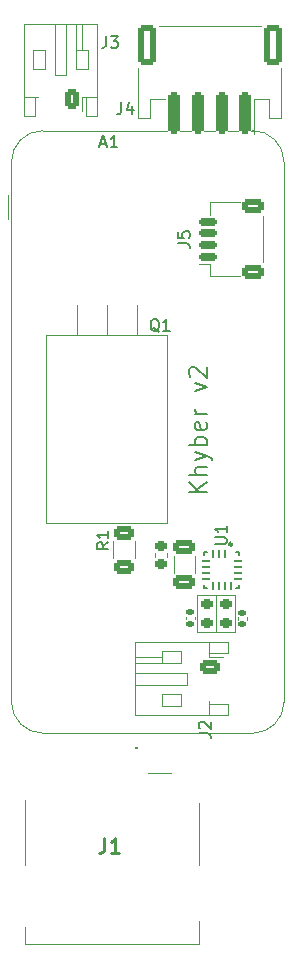
<source format=gbr>
%TF.GenerationSoftware,KiCad,Pcbnew,7.0.1*%
%TF.CreationDate,2023-03-30T16:52:30-04:00*%
%TF.ProjectId,system-board,73797374-656d-42d6-926f-6172642e6b69,rev?*%
%TF.SameCoordinates,Original*%
%TF.FileFunction,Legend,Top*%
%TF.FilePolarity,Positive*%
%FSLAX46Y46*%
G04 Gerber Fmt 4.6, Leading zero omitted, Abs format (unit mm)*
G04 Created by KiCad (PCBNEW 7.0.1) date 2023-03-30 16:52:30*
%MOMM*%
%LPD*%
G01*
G04 APERTURE LIST*
G04 Aperture macros list*
%AMRoundRect*
0 Rectangle with rounded corners*
0 $1 Rounding radius*
0 $2 $3 $4 $5 $6 $7 $8 $9 X,Y pos of 4 corners*
0 Add a 4 corners polygon primitive as box body*
4,1,4,$2,$3,$4,$5,$6,$7,$8,$9,$2,$3,0*
0 Add four circle primitives for the rounded corners*
1,1,$1+$1,$2,$3*
1,1,$1+$1,$4,$5*
1,1,$1+$1,$6,$7*
1,1,$1+$1,$8,$9*
0 Add four rect primitives between the rounded corners*
20,1,$1+$1,$2,$3,$4,$5,0*
20,1,$1+$1,$4,$5,$6,$7,0*
20,1,$1+$1,$6,$7,$8,$9,0*
20,1,$1+$1,$8,$9,$2,$3,0*%
G04 Aperture macros list end*
%ADD10C,0.160000*%
%ADD11C,0.254000*%
%ADD12C,0.150000*%
%ADD13C,0.155000*%
%ADD14C,0.100000*%
%ADD15C,0.200000*%
%ADD16C,0.120000*%
%ADD17C,0.250000*%
%ADD18R,0.700000X1.600000*%
%ADD19C,1.000000*%
%ADD20R,1.600000X1.500000*%
%ADD21R,1.200000X1.500000*%
%ADD22R,1.200000X2.200000*%
%ADD23RoundRect,0.150000X0.625000X-0.150000X0.625000X0.150000X-0.625000X0.150000X-0.625000X-0.150000X0*%
%ADD24RoundRect,0.250000X0.650000X-0.350000X0.650000X0.350000X-0.650000X0.350000X-0.650000X-0.350000X0*%
%ADD25RoundRect,0.218750X0.256250X-0.218750X0.256250X0.218750X-0.256250X0.218750X-0.256250X-0.218750X0*%
%ADD26RoundRect,0.140000X-0.170000X0.140000X-0.170000X-0.140000X0.170000X-0.140000X0.170000X0.140000X0*%
%ADD27RoundRect,0.250000X-0.625000X0.312500X-0.625000X-0.312500X0.625000X-0.312500X0.625000X0.312500X0*%
%ADD28RoundRect,0.250000X-0.625000X0.350000X-0.625000X-0.350000X0.625000X-0.350000X0.625000X0.350000X0*%
%ADD29O,1.750000X1.200000*%
%ADD30C,3.200000*%
%ADD31C,2.540000*%
%ADD32R,1.600000X1.600000*%
%ADD33C,1.600000*%
%ADD34RoundRect,0.250000X0.250000X1.500000X-0.250000X1.500000X-0.250000X-1.500000X0.250000X-1.500000X0*%
%ADD35RoundRect,0.250001X0.499999X1.449999X-0.499999X1.449999X-0.499999X-1.449999X0.499999X-1.449999X0*%
%ADD36RoundRect,0.250000X0.350000X0.625000X-0.350000X0.625000X-0.350000X-0.625000X0.350000X-0.625000X0*%
%ADD37O,1.200000X1.750000*%
%ADD38RoundRect,0.250000X-0.650000X0.325000X-0.650000X-0.325000X0.650000X-0.325000X0.650000X0.325000X0*%
%ADD39R,0.242474X0.857120*%
%ADD40RoundRect,0.121237X0.000000X0.307323X0.000000X-0.307323X0.000000X-0.307323X0.000000X0.307323X0*%
%ADD41RoundRect,0.121237X-0.307323X0.000000X-0.307323X0.000000X0.307323X0.000000X0.307323X0.000000X0*%
%ADD42R,1.250000X1.250000*%
%ADD43O,3.500000X3.500000*%
%ADD44R,1.905000X2.000000*%
%ADD45O,1.905000X2.000000*%
%ADD46RoundRect,0.225000X0.250000X-0.225000X0.250000X0.225000X-0.250000X0.225000X-0.250000X-0.225000X0*%
G04 APERTURE END LIST*
D10*
X69266428Y-82092857D02*
X67766428Y-82092857D01*
X69266428Y-81235714D02*
X68409285Y-81878571D01*
X67766428Y-81235714D02*
X68623571Y-82092857D01*
X69266428Y-80592857D02*
X67766428Y-80592857D01*
X69266428Y-79950000D02*
X68480714Y-79950000D01*
X68480714Y-79950000D02*
X68337857Y-80021428D01*
X68337857Y-80021428D02*
X68266428Y-80164285D01*
X68266428Y-80164285D02*
X68266428Y-80378571D01*
X68266428Y-80378571D02*
X68337857Y-80521428D01*
X68337857Y-80521428D02*
X68409285Y-80592857D01*
X68266428Y-79378571D02*
X69266428Y-79021428D01*
X68266428Y-78664285D02*
X69266428Y-79021428D01*
X69266428Y-79021428D02*
X69623571Y-79164285D01*
X69623571Y-79164285D02*
X69695000Y-79235714D01*
X69695000Y-79235714D02*
X69766428Y-79378571D01*
X69266428Y-78092857D02*
X67766428Y-78092857D01*
X68337857Y-78092857D02*
X68266428Y-77950000D01*
X68266428Y-77950000D02*
X68266428Y-77664285D01*
X68266428Y-77664285D02*
X68337857Y-77521428D01*
X68337857Y-77521428D02*
X68409285Y-77450000D01*
X68409285Y-77450000D02*
X68552142Y-77378571D01*
X68552142Y-77378571D02*
X68980714Y-77378571D01*
X68980714Y-77378571D02*
X69123571Y-77450000D01*
X69123571Y-77450000D02*
X69195000Y-77521428D01*
X69195000Y-77521428D02*
X69266428Y-77664285D01*
X69266428Y-77664285D02*
X69266428Y-77950000D01*
X69266428Y-77950000D02*
X69195000Y-78092857D01*
X69195000Y-76164285D02*
X69266428Y-76307142D01*
X69266428Y-76307142D02*
X69266428Y-76592857D01*
X69266428Y-76592857D02*
X69195000Y-76735714D01*
X69195000Y-76735714D02*
X69052142Y-76807142D01*
X69052142Y-76807142D02*
X68480714Y-76807142D01*
X68480714Y-76807142D02*
X68337857Y-76735714D01*
X68337857Y-76735714D02*
X68266428Y-76592857D01*
X68266428Y-76592857D02*
X68266428Y-76307142D01*
X68266428Y-76307142D02*
X68337857Y-76164285D01*
X68337857Y-76164285D02*
X68480714Y-76092857D01*
X68480714Y-76092857D02*
X68623571Y-76092857D01*
X68623571Y-76092857D02*
X68766428Y-76807142D01*
X69266428Y-75450000D02*
X68266428Y-75450000D01*
X68552142Y-75450000D02*
X68409285Y-75378571D01*
X68409285Y-75378571D02*
X68337857Y-75307143D01*
X68337857Y-75307143D02*
X68266428Y-75164285D01*
X68266428Y-75164285D02*
X68266428Y-75021428D01*
X68266428Y-73521429D02*
X69266428Y-73164286D01*
X69266428Y-73164286D02*
X68266428Y-72807143D01*
X67909285Y-72307143D02*
X67837857Y-72235715D01*
X67837857Y-72235715D02*
X67766428Y-72092858D01*
X67766428Y-72092858D02*
X67766428Y-71735715D01*
X67766428Y-71735715D02*
X67837857Y-71592858D01*
X67837857Y-71592858D02*
X67909285Y-71521429D01*
X67909285Y-71521429D02*
X68052142Y-71450000D01*
X68052142Y-71450000D02*
X68195000Y-71450000D01*
X68195000Y-71450000D02*
X68409285Y-71521429D01*
X68409285Y-71521429D02*
X69266428Y-72378572D01*
X69266428Y-72378572D02*
X69266428Y-71450000D01*
D11*
%TO.C,J1*%
X60626667Y-111317526D02*
X60626667Y-112224669D01*
X60626667Y-112224669D02*
X60566190Y-112406097D01*
X60566190Y-112406097D02*
X60445238Y-112527050D01*
X60445238Y-112527050D02*
X60263809Y-112587526D01*
X60263809Y-112587526D02*
X60142857Y-112587526D01*
X61896667Y-112587526D02*
X61170952Y-112587526D01*
X61533809Y-112587526D02*
X61533809Y-111317526D01*
X61533809Y-111317526D02*
X61412857Y-111498954D01*
X61412857Y-111498954D02*
X61291905Y-111619907D01*
X61291905Y-111619907D02*
X61170952Y-111680383D01*
D12*
%TO.C,J5*%
X66850512Y-60983333D02*
X67564797Y-60983333D01*
X67564797Y-60983333D02*
X67707654Y-61030952D01*
X67707654Y-61030952D02*
X67802893Y-61126190D01*
X67802893Y-61126190D02*
X67850512Y-61269047D01*
X67850512Y-61269047D02*
X67850512Y-61364285D01*
X66850512Y-60030952D02*
X66850512Y-60507142D01*
X66850512Y-60507142D02*
X67326702Y-60554761D01*
X67326702Y-60554761D02*
X67279083Y-60507142D01*
X67279083Y-60507142D02*
X67231464Y-60411904D01*
X67231464Y-60411904D02*
X67231464Y-60173809D01*
X67231464Y-60173809D02*
X67279083Y-60078571D01*
X67279083Y-60078571D02*
X67326702Y-60030952D01*
X67326702Y-60030952D02*
X67421940Y-59983333D01*
X67421940Y-59983333D02*
X67660035Y-59983333D01*
X67660035Y-59983333D02*
X67755273Y-60030952D01*
X67755273Y-60030952D02*
X67802893Y-60078571D01*
X67802893Y-60078571D02*
X67850512Y-60173809D01*
X67850512Y-60173809D02*
X67850512Y-60411904D01*
X67850512Y-60411904D02*
X67802893Y-60507142D01*
X67802893Y-60507142D02*
X67755273Y-60554761D01*
%TO.C,R1*%
X60962619Y-86316666D02*
X60486428Y-86649999D01*
X60962619Y-86888094D02*
X59962619Y-86888094D01*
X59962619Y-86888094D02*
X59962619Y-86507142D01*
X59962619Y-86507142D02*
X60010238Y-86411904D01*
X60010238Y-86411904D02*
X60057857Y-86364285D01*
X60057857Y-86364285D02*
X60153095Y-86316666D01*
X60153095Y-86316666D02*
X60295952Y-86316666D01*
X60295952Y-86316666D02*
X60391190Y-86364285D01*
X60391190Y-86364285D02*
X60438809Y-86411904D01*
X60438809Y-86411904D02*
X60486428Y-86507142D01*
X60486428Y-86507142D02*
X60486428Y-86888094D01*
X60962619Y-85364285D02*
X60962619Y-85935713D01*
X60962619Y-85649999D02*
X59962619Y-85649999D01*
X59962619Y-85649999D02*
X60105476Y-85745237D01*
X60105476Y-85745237D02*
X60200714Y-85840475D01*
X60200714Y-85840475D02*
X60248333Y-85935713D01*
%TO.C,J2*%
X68612619Y-102483333D02*
X69326904Y-102483333D01*
X69326904Y-102483333D02*
X69469761Y-102530952D01*
X69469761Y-102530952D02*
X69565000Y-102626190D01*
X69565000Y-102626190D02*
X69612619Y-102769047D01*
X69612619Y-102769047D02*
X69612619Y-102864285D01*
X68707857Y-102054761D02*
X68660238Y-102007142D01*
X68660238Y-102007142D02*
X68612619Y-101911904D01*
X68612619Y-101911904D02*
X68612619Y-101673809D01*
X68612619Y-101673809D02*
X68660238Y-101578571D01*
X68660238Y-101578571D02*
X68707857Y-101530952D01*
X68707857Y-101530952D02*
X68803095Y-101483333D01*
X68803095Y-101483333D02*
X68898333Y-101483333D01*
X68898333Y-101483333D02*
X69041190Y-101530952D01*
X69041190Y-101530952D02*
X69612619Y-102102380D01*
X69612619Y-102102380D02*
X69612619Y-101483333D01*
D13*
%TO.C,A1*%
X60285714Y-52576904D02*
X60761904Y-52576904D01*
X60190476Y-52862619D02*
X60523809Y-51862619D01*
X60523809Y-51862619D02*
X60857142Y-52862619D01*
X61714285Y-52862619D02*
X61142857Y-52862619D01*
X61428571Y-52862619D02*
X61428571Y-51862619D01*
X61428571Y-51862619D02*
X61333333Y-52005476D01*
X61333333Y-52005476D02*
X61238095Y-52100714D01*
X61238095Y-52100714D02*
X61142857Y-52148333D01*
D12*
%TO.C,J4*%
X62066666Y-49062619D02*
X62066666Y-49776904D01*
X62066666Y-49776904D02*
X62019047Y-49919761D01*
X62019047Y-49919761D02*
X61923809Y-50015000D01*
X61923809Y-50015000D02*
X61780952Y-50062619D01*
X61780952Y-50062619D02*
X61685714Y-50062619D01*
X62971428Y-49395952D02*
X62971428Y-50062619D01*
X62733333Y-49015000D02*
X62495238Y-49729285D01*
X62495238Y-49729285D02*
X63114285Y-49729285D01*
%TO.C,J3*%
X60766666Y-43462619D02*
X60766666Y-44176904D01*
X60766666Y-44176904D02*
X60719047Y-44319761D01*
X60719047Y-44319761D02*
X60623809Y-44415000D01*
X60623809Y-44415000D02*
X60480952Y-44462619D01*
X60480952Y-44462619D02*
X60385714Y-44462619D01*
X61147619Y-43462619D02*
X61766666Y-43462619D01*
X61766666Y-43462619D02*
X61433333Y-43843571D01*
X61433333Y-43843571D02*
X61576190Y-43843571D01*
X61576190Y-43843571D02*
X61671428Y-43891190D01*
X61671428Y-43891190D02*
X61719047Y-43938809D01*
X61719047Y-43938809D02*
X61766666Y-44034047D01*
X61766666Y-44034047D02*
X61766666Y-44272142D01*
X61766666Y-44272142D02*
X61719047Y-44367380D01*
X61719047Y-44367380D02*
X61671428Y-44415000D01*
X61671428Y-44415000D02*
X61576190Y-44462619D01*
X61576190Y-44462619D02*
X61290476Y-44462619D01*
X61290476Y-44462619D02*
X61195238Y-44415000D01*
X61195238Y-44415000D02*
X61147619Y-44367380D01*
%TO.C,U1*%
X69963169Y-86462454D02*
X70772692Y-86462454D01*
X70772692Y-86462454D02*
X70867930Y-86414835D01*
X70867930Y-86414835D02*
X70915550Y-86367216D01*
X70915550Y-86367216D02*
X70963169Y-86271978D01*
X70963169Y-86271978D02*
X70963169Y-86081502D01*
X70963169Y-86081502D02*
X70915550Y-85986264D01*
X70915550Y-85986264D02*
X70867930Y-85938645D01*
X70867930Y-85938645D02*
X70772692Y-85891026D01*
X70772692Y-85891026D02*
X69963169Y-85891026D01*
X70963169Y-84891026D02*
X70963169Y-85462454D01*
X70963169Y-85176740D02*
X69963169Y-85176740D01*
X69963169Y-85176740D02*
X70106026Y-85271978D01*
X70106026Y-85271978D02*
X70201264Y-85367216D01*
X70201264Y-85367216D02*
X70248883Y-85462454D01*
%TO.C,Q1*%
X65254761Y-68507857D02*
X65159523Y-68460238D01*
X65159523Y-68460238D02*
X65064285Y-68365000D01*
X65064285Y-68365000D02*
X64921428Y-68222142D01*
X64921428Y-68222142D02*
X64826190Y-68174523D01*
X64826190Y-68174523D02*
X64730952Y-68174523D01*
X64778571Y-68412619D02*
X64683333Y-68365000D01*
X64683333Y-68365000D02*
X64588095Y-68269761D01*
X64588095Y-68269761D02*
X64540476Y-68079285D01*
X64540476Y-68079285D02*
X64540476Y-67745952D01*
X64540476Y-67745952D02*
X64588095Y-67555476D01*
X64588095Y-67555476D02*
X64683333Y-67460238D01*
X64683333Y-67460238D02*
X64778571Y-67412619D01*
X64778571Y-67412619D02*
X64969047Y-67412619D01*
X64969047Y-67412619D02*
X65064285Y-67460238D01*
X65064285Y-67460238D02*
X65159523Y-67555476D01*
X65159523Y-67555476D02*
X65207142Y-67745952D01*
X65207142Y-67745952D02*
X65207142Y-68079285D01*
X65207142Y-68079285D02*
X65159523Y-68269761D01*
X65159523Y-68269761D02*
X65064285Y-68365000D01*
X65064285Y-68365000D02*
X64969047Y-68412619D01*
X64969047Y-68412619D02*
X64778571Y-68412619D01*
X66159523Y-68412619D02*
X65588095Y-68412619D01*
X65873809Y-68412619D02*
X65873809Y-67412619D01*
X65873809Y-67412619D02*
X65778571Y-67555476D01*
X65778571Y-67555476D02*
X65683333Y-67650714D01*
X65683333Y-67650714D02*
X65588095Y-67698333D01*
D14*
%TO.C,J1*%
X53901000Y-120350000D02*
X68651000Y-120350000D01*
X68651000Y-120350000D02*
X68651000Y-120350000D01*
X68651000Y-120350000D02*
X53901000Y-120350000D01*
X53901000Y-120350000D02*
X53901000Y-120350000D01*
X64276000Y-105850000D02*
X66276000Y-105850000D01*
X66276000Y-105850000D02*
X66276000Y-105850000D01*
X66276000Y-105850000D02*
X64276000Y-105850000D01*
X64276000Y-105850000D02*
X64276000Y-105850000D01*
X53901000Y-108100000D02*
X53901000Y-108100000D01*
X53901000Y-108100000D02*
X53901000Y-113600000D01*
X53901000Y-113600000D02*
X53901000Y-113600000D01*
X53901000Y-113600000D02*
X53901000Y-108100000D01*
X53901000Y-118850000D02*
X53901000Y-118850000D01*
X53901000Y-118850000D02*
X53901000Y-120350000D01*
X53901000Y-120350000D02*
X53901000Y-120350000D01*
X53901000Y-120350000D02*
X53901000Y-118850000D01*
X68651000Y-120350000D02*
X68651000Y-120350000D01*
X68651000Y-120350000D02*
X68651000Y-118350000D01*
X68651000Y-118350000D02*
X68651000Y-118350000D01*
X68651000Y-118350000D02*
X68651000Y-120350000D01*
X68651000Y-113600000D02*
X68651000Y-113600000D01*
X68651000Y-113600000D02*
X68651000Y-108350000D01*
X68651000Y-108350000D02*
X68651000Y-108350000D01*
X68651000Y-108350000D02*
X68651000Y-113600000D01*
D15*
X63276000Y-103700000D02*
X63276000Y-103700000D01*
X63376000Y-103700000D02*
X63376000Y-103700000D01*
X63276000Y-103700000D02*
X63276000Y-103700000D01*
X63276000Y-103700000D02*
G75*
G03*
X63376000Y-103700000I50000J0D01*
G01*
X63376000Y-103700000D02*
G75*
G03*
X63276000Y-103700000I-50000J0D01*
G01*
X63276000Y-103700000D02*
G75*
G03*
X63376000Y-103700000I50000J0D01*
G01*
D16*
%TO.C,J5*%
X69582893Y-63760000D02*
X69582893Y-62710000D01*
X72082893Y-63760000D02*
X69582893Y-63760000D01*
X69582893Y-62710000D02*
X68592893Y-62710000D01*
X74052893Y-62590000D02*
X74052893Y-58710000D01*
X69582893Y-57540000D02*
X69582893Y-58590000D01*
X72082893Y-57540000D02*
X69582893Y-57540000D01*
%TO.C,FB2*%
X68500000Y-93938050D02*
X70100000Y-93938050D01*
X70100000Y-93938050D02*
X70100000Y-90738050D01*
X68500000Y-90738050D02*
X68500000Y-93938050D01*
X70100000Y-90738050D02*
X68500000Y-90738050D01*
%TO.C,C3*%
X68260000Y-92622714D02*
X68260000Y-92838386D01*
X67540000Y-92622714D02*
X67540000Y-92838386D01*
%TO.C,R1*%
X63210000Y-86222936D02*
X63210000Y-87677064D01*
X61390000Y-86222936D02*
X61390000Y-87677064D01*
%TO.C,J2*%
X71060000Y-94790000D02*
X63240000Y-94790000D01*
X69460000Y-94790000D02*
X69460000Y-95710000D01*
X63240000Y-94790000D02*
X63240000Y-100910000D01*
X67100000Y-95550000D02*
X65500000Y-95550000D01*
X65500000Y-95550000D02*
X65500000Y-96550000D01*
X71060000Y-95710000D02*
X71060000Y-94790000D01*
X69460000Y-95710000D02*
X71060000Y-95710000D01*
X69460000Y-95990000D02*
X69460000Y-95710000D01*
X69460000Y-95990000D02*
X70675000Y-95990000D01*
X65500000Y-96050000D02*
X63240000Y-96050000D01*
X67100000Y-96550000D02*
X67100000Y-95550000D01*
X65500000Y-96550000D02*
X67100000Y-96550000D01*
X65500000Y-96550000D02*
X63240000Y-96550000D01*
X67600000Y-97350000D02*
X67600000Y-98350000D01*
X63240000Y-97350000D02*
X67600000Y-97350000D01*
X67600000Y-98350000D02*
X63240000Y-98350000D01*
X67100000Y-99150000D02*
X67100000Y-100150000D01*
X65500000Y-99150000D02*
X67100000Y-99150000D01*
X71060000Y-99990000D02*
X69460000Y-99990000D01*
X69460000Y-99990000D02*
X69460000Y-99710000D01*
X67100000Y-100150000D02*
X65500000Y-100150000D01*
X65500000Y-100150000D02*
X65500000Y-99150000D01*
X71060000Y-100910000D02*
X71060000Y-99990000D01*
X69460000Y-100910000D02*
X69460000Y-99990000D01*
X63240000Y-100910000D02*
X71060000Y-100910000D01*
%TO.C,FB1*%
X70100000Y-93938050D02*
X71700000Y-93938050D01*
X71700000Y-93938050D02*
X71700000Y-90738050D01*
X70100000Y-90738050D02*
X70100000Y-93938050D01*
X71700000Y-90738050D02*
X70100000Y-90738050D01*
%TO.C,A1*%
X52430000Y-58910000D02*
X52430000Y-56910000D01*
X52750000Y-54100000D02*
X52750000Y-99820000D01*
X73180000Y-51450000D02*
X55400000Y-51450000D01*
X73180000Y-102470000D02*
X55400000Y-102470000D01*
X75830000Y-54100000D02*
X75830000Y-99820000D01*
X55400000Y-51450000D02*
G75*
G03*
X52750000Y-54100000I0J-2650000D01*
G01*
X52750000Y-99820000D02*
G75*
G03*
X55400000Y-102470000I2650000J0D01*
G01*
X75830000Y-54100000D02*
G75*
G03*
X73180000Y-51450000I-2650000J0D01*
G01*
X73180000Y-102470000D02*
G75*
G03*
X75830000Y-99820000I0J2650000D01*
G01*
%TO.C,J4*%
X75610000Y-50410000D02*
X74590000Y-50410000D01*
X75610000Y-46160000D02*
X75610000Y-50410000D01*
X74590000Y-50410000D02*
X74590000Y-48810000D01*
X74590000Y-48810000D02*
X73310000Y-48810000D01*
X73890000Y-42590000D02*
X65210000Y-42590000D01*
X73310000Y-48810000D02*
X73310000Y-51700000D01*
X64510000Y-50410000D02*
X64510000Y-48810000D01*
X64510000Y-48810000D02*
X65790000Y-48810000D01*
X63490000Y-50410000D02*
X64510000Y-50410000D01*
X63490000Y-46160000D02*
X63490000Y-50410000D01*
%TO.C,C4*%
X72660000Y-92642714D02*
X72660000Y-92858386D01*
X71940000Y-92642714D02*
X71940000Y-92858386D01*
%TO.C,J3*%
X59960000Y-50210000D02*
X59960000Y-42390000D01*
X59960000Y-48610000D02*
X59040000Y-48610000D01*
X59960000Y-42390000D02*
X53840000Y-42390000D01*
X59200000Y-46250000D02*
X59200000Y-44650000D01*
X59200000Y-44650000D02*
X58200000Y-44650000D01*
X59040000Y-50210000D02*
X59960000Y-50210000D01*
X59040000Y-48610000D02*
X59040000Y-50210000D01*
X58760000Y-48610000D02*
X59040000Y-48610000D01*
X58760000Y-48610000D02*
X58760000Y-49825000D01*
X58700000Y-44650000D02*
X58700000Y-42390000D01*
X58200000Y-46250000D02*
X59200000Y-46250000D01*
X58200000Y-44650000D02*
X58200000Y-46250000D01*
X58200000Y-44650000D02*
X58200000Y-42390000D01*
X57400000Y-46750000D02*
X56400000Y-46750000D01*
X57400000Y-42390000D02*
X57400000Y-46750000D01*
X56400000Y-46750000D02*
X56400000Y-42390000D01*
X55600000Y-46250000D02*
X54600000Y-46250000D01*
X55600000Y-44650000D02*
X55600000Y-46250000D01*
X54760000Y-50210000D02*
X54760000Y-48610000D01*
X54760000Y-48610000D02*
X55040000Y-48610000D01*
X54600000Y-46250000D02*
X54600000Y-44650000D01*
X54600000Y-44650000D02*
X55600000Y-44650000D01*
X53840000Y-50210000D02*
X54760000Y-50210000D01*
X53840000Y-48610000D02*
X54760000Y-48610000D01*
X53840000Y-42390000D02*
X53840000Y-50210000D01*
%TO.C,C1*%
X68310000Y-87463748D02*
X68310000Y-88886252D01*
X66490000Y-87463748D02*
X66490000Y-88886252D01*
D12*
%TO.C,U1*%
X72050000Y-87150550D02*
X71800000Y-87150550D01*
X69050000Y-87150550D02*
X69300000Y-87150550D01*
X72050000Y-87400550D02*
X72050000Y-87150550D01*
X69050000Y-87400550D02*
X69050000Y-87150550D01*
X72050000Y-89900550D02*
X72050000Y-90150550D01*
X69050000Y-89900550D02*
X69050000Y-90150550D01*
X72050000Y-90150550D02*
X71800000Y-90150550D01*
X69050000Y-90150550D02*
X69300000Y-90150550D01*
D17*
X71425000Y-86471440D02*
G75*
G03*
X71425000Y-86471440I-125000J0D01*
G01*
D16*
%TO.C,Q1*%
X65920000Y-84680000D02*
X65920000Y-68790000D01*
X65920000Y-84680000D02*
X55680000Y-84680000D01*
X65920000Y-68790000D02*
X55680000Y-68790000D01*
X63340000Y-68790000D02*
X63340000Y-66250000D01*
X60800000Y-68790000D02*
X60800000Y-66250000D01*
X58260000Y-68790000D02*
X58260000Y-66250000D01*
X55680000Y-84680000D02*
X55680000Y-68790000D01*
%TO.C,C2*%
X64890000Y-87515580D02*
X64890000Y-87234420D01*
X65910000Y-87515580D02*
X65910000Y-87234420D01*
%TD*%
%LPC*%
D18*
%TO.C,J1*%
X63300000Y-105350000D03*
X62200000Y-105350000D03*
X61100000Y-105350000D03*
X60000000Y-105350000D03*
X58900000Y-105350000D03*
X57800000Y-105350000D03*
X56700000Y-105350000D03*
X55600000Y-105350000D03*
X54500000Y-105350000D03*
D19*
X64100000Y-116350000D03*
X56100000Y-116350000D03*
D20*
X67900000Y-106350000D03*
D21*
X53300000Y-106350000D03*
D22*
X53300000Y-115950000D03*
X68800000Y-115950000D03*
%TD*%
D23*
%TO.C,J5*%
X69367893Y-62150000D03*
X69367893Y-61150000D03*
X69367893Y-60150000D03*
X69367893Y-59150000D03*
D24*
X73242893Y-63450000D03*
X73242893Y-57850000D03*
%TD*%
D25*
%TO.C,FB2*%
X69300000Y-93125550D03*
X69300000Y-91550550D03*
%TD*%
D26*
%TO.C,C3*%
X67900000Y-92250550D03*
X67900000Y-93210550D03*
%TD*%
D27*
%TO.C,R1*%
X62300000Y-85487500D03*
X62300000Y-88412500D03*
%TD*%
D28*
%TO.C,J2*%
X69600000Y-96850000D03*
D29*
X69600000Y-98850000D03*
%TD*%
D25*
%TO.C,FB1*%
X70900000Y-93125550D03*
X70900000Y-91550550D03*
%TD*%
D30*
%TO.C,A1*%
X55400000Y-54100000D03*
D31*
X55400000Y-99820000D03*
D30*
X73180000Y-54100000D03*
D31*
X73180000Y-99820000D03*
D32*
X54130000Y-57910000D03*
D33*
X54130000Y-60450000D03*
X54130000Y-62990000D03*
X54130000Y-65530000D03*
X54130000Y-68070000D03*
X54130000Y-70610000D03*
X54130000Y-73150000D03*
X54130000Y-75690000D03*
X54130000Y-78230000D03*
X54130000Y-80770000D03*
X54130000Y-83310000D03*
X54130000Y-85850000D03*
X54130000Y-88390000D03*
X54130000Y-90930000D03*
X54130000Y-93470000D03*
X54130000Y-96010000D03*
X74450000Y-96010000D03*
X74450000Y-93470000D03*
X74450000Y-90930000D03*
X74450000Y-88390000D03*
X74450000Y-85850000D03*
X74450000Y-83310000D03*
X74450000Y-80770000D03*
X74450000Y-78230000D03*
X74450000Y-75690000D03*
X74450000Y-73150000D03*
X74450000Y-70610000D03*
X74450000Y-68070000D03*
%TD*%
D34*
%TO.C,J4*%
X72550000Y-49950000D03*
X70550000Y-49950000D03*
X68550000Y-49950000D03*
X66550000Y-49950000D03*
D35*
X74900000Y-44200000D03*
X64200000Y-44200000D03*
%TD*%
D26*
%TO.C,C4*%
X72300000Y-92270550D03*
X72300000Y-93230550D03*
%TD*%
D36*
%TO.C,J3*%
X57900000Y-48750000D03*
D37*
X55900000Y-48750000D03*
%TD*%
D38*
%TO.C,C1*%
X67400000Y-86700000D03*
X67400000Y-89650000D03*
%TD*%
D39*
%TO.C,U1*%
X71300000Y-87300000D03*
D40*
X70800000Y-87300000D03*
X70300000Y-87300000D03*
X69800000Y-87300000D03*
D41*
X69199450Y-87900550D03*
X69199450Y-88400550D03*
X69199450Y-88900550D03*
X69199450Y-89400550D03*
D40*
X69800000Y-90001100D03*
X70300000Y-90001100D03*
X70800000Y-90001100D03*
X71300000Y-90001100D03*
D41*
X71900550Y-89400550D03*
X71900550Y-88900550D03*
X71900550Y-88400550D03*
X71900550Y-87900550D03*
D42*
X70550000Y-88650550D03*
%TD*%
D43*
%TO.C,Q1*%
X60800000Y-81760000D03*
D44*
X63340000Y-65100000D03*
D45*
X60800000Y-65100000D03*
X58260000Y-65100000D03*
%TD*%
D46*
%TO.C,C2*%
X65400000Y-88150000D03*
X65400000Y-86600000D03*
%TD*%
M02*

</source>
